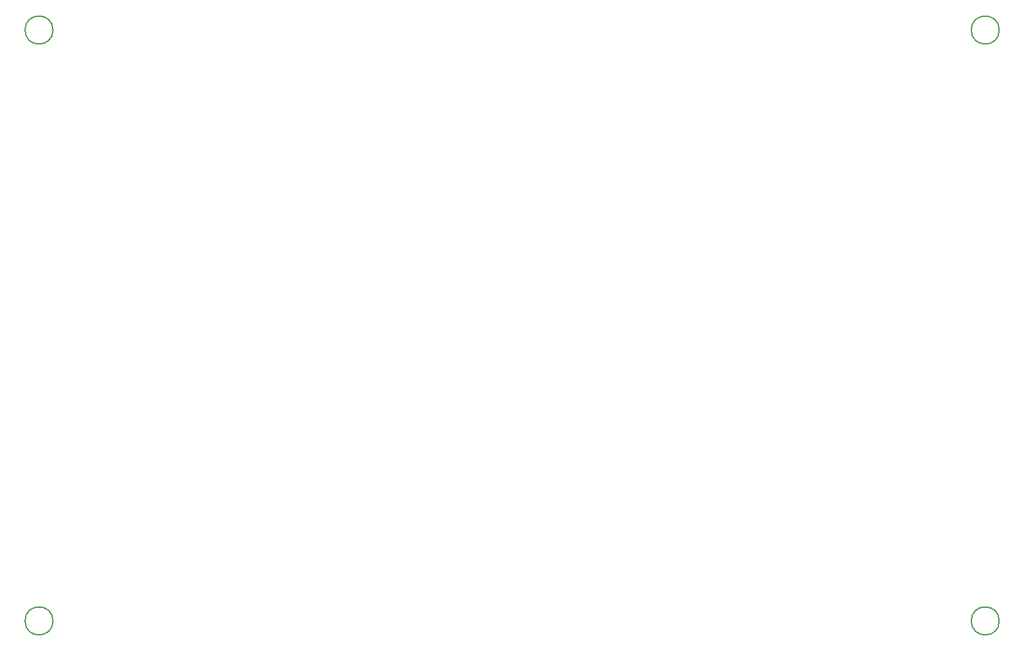
<source format=gbr>
%TF.GenerationSoftware,KiCad,Pcbnew,8.0.1-8.0.1-1~ubuntu22.04.1*%
%TF.CreationDate,2024-05-04T15:14:31+02:00*%
%TF.ProjectId,elec,656c6563-2e6b-4696-9361-645f70636258,v1*%
%TF.SameCoordinates,Original*%
%TF.FileFunction,Other,Comment*%
%FSLAX46Y46*%
G04 Gerber Fmt 4.6, Leading zero omitted, Abs format (unit mm)*
G04 Created by KiCad (PCBNEW 8.0.1-8.0.1-1~ubuntu22.04.1) date 2024-05-04 15:14:31*
%MOMM*%
%LPD*%
G01*
G04 APERTURE LIST*
%ADD10C,0.150000*%
G04 APERTURE END LIST*
D10*
%TO.C,REF\u002A\u002A*%
X24900000Y-102000000D02*
G75*
G02*
X21100000Y-102000000I-1900000J0D01*
G01*
X21100000Y-102000000D02*
G75*
G02*
X24900000Y-102000000I1900000J0D01*
G01*
X24900000Y-22000000D02*
G75*
G02*
X21100000Y-22000000I-1900000J0D01*
G01*
X21100000Y-22000000D02*
G75*
G02*
X24900000Y-22000000I1900000J0D01*
G01*
X152900000Y-22000000D02*
G75*
G02*
X149100000Y-22000000I-1900000J0D01*
G01*
X149100000Y-22000000D02*
G75*
G02*
X152900000Y-22000000I1900000J0D01*
G01*
X152900000Y-102000000D02*
G75*
G02*
X149100000Y-102000000I-1900000J0D01*
G01*
X149100000Y-102000000D02*
G75*
G02*
X152900000Y-102000000I1900000J0D01*
G01*
%TD*%
M02*

</source>
